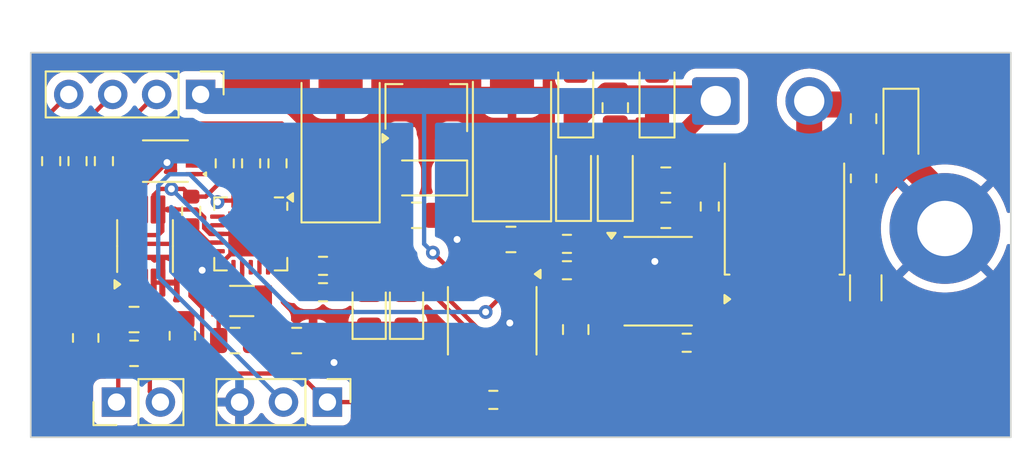
<source format=kicad_pcb>
(kicad_pcb (version 20240108) (generator "pcbnew") (generator_version "8.0")
  (layers (0 "F.Cu" signal) (31 "B.Cu" signal) (34 "B.Paste" user) (35 "F.Paste" user) (36 "B.SilkS" user "B.Silkscreen") (37 "F.SilkS" user "F.Silkscreen") (38 "B.Mask" user) (39 "F.Mask" user) (44 "Edge.Cuts" user))
  (net 0 "")
  (net 1 "+12V")
  (net 2 "GND")
  (net 3 "+5V")
  (net 4 "Net-(D2-K)")
  (net 5 "/COIL")
  (net 6 "Net-(C5-Pad2)")
  (net 7 "/NE")
  (net 8 "/IGT")
  (net 9 "/IGF")
  (net 10 "/VR_1")
  (net 11 "/VR_2")
  (net 12 "/UPDI")
  (net 13 "/IGBT")
  (net 14 "Net-(U5-CSSD)")
  (net 15 "/SS")
  (net 16 "/IGTO")
  (net 17 "Net-(U5-VBAT)")
  (net 18 "Net-(D5-A)")
  (net 19 "Net-(U5-RA)")
  (net 20 "Net-(U5-INPUT)")
  (net 22 "Net-(U2-IN+)")
  (net 23 "Net-(U2-IN-)")
  (net 26 "Net-(D7-A)")
  (net 27 "Net-(D8-A)")
  (net 28 "/GD_LED")
  (net 29 "/ERR_LED")
  (net 30 "Net-(U6-XTAL1{slash}PB0)")
  (net 31 "Net-(U6-XTAL2{slash}PB1)")
  (net 40 "/NE_OUT")
  (net 41 "/IGT_IN")
  (net 42 "/IGF_OUT")
  (net 43 "Net-(R18-Pad1)")
  (net 44 "Net-(R15-Pad2)")
  (net 45 "Net-(R19-Pad1)")
  (net 46 "Net-(R14-Pad2)")
  (net 47 "Net-(R16-Pad2)")
  (net 48 "Net-(R17-Pad1)")
  (net 49 "Net-(Q2-E)")
  (net 50 "Net-(Q2-G)")
  (footprint "Package_TO_SOT_SMD:TO-252-2" (layer "F.Cu") (at 239.395 106.162 90)
    (property "Reference" "Q2" (hide yes))
    (property "Value" "ISL9V3040D3ST-F085C")
    (pad "1" smd roundrect (at -5.04 -2.28 90) (size 2.2 1.2) (layers "F.Cu" "F.Paste" "F.Mask") (roundrect_rratio 0.208333) (net 50 "Net-(Q2-G)"))
    (pad "2" smd roundrect (at -0.415 -1.525 90) (size 3.05 2.75) (layers "F.Cu" "F.Paste") (roundrect_rratio 0.090909) (net 5 "/COIL"))
    (pad "2" smd roundrect (at -0.415 1.525 90) (size 3.05 2.75) (layers "F.Cu" "F.Paste") (roundrect_rratio 0.090909) (net 5 "/COIL"))
    (pad "2" smd roundrect (at 1.26 0 90) (size 6.4 5.8) (layers "F.Cu" "F.Mask") (roundrect_rratio 0.043103) (net 5 "/COIL"))
    (pad "2" smd roundrect (at 2.935 -1.525 90) (size 3.05 2.75) (layers "F.Cu" "F.Paste") (roundrect_rratio 0.090909) (net 5 "/COIL"))
    (pad "2" smd roundrect (at 2.935 1.525 90) (size 3.05 2.75) (layers "F.Cu" "F.Paste") (roundrect_rratio 0.090909) (net 5 "/COIL"))
    (pad "3" smd roundrect (at -5.04 2.28 90) (size 2.2 1.2) (layers "F.Cu" "F.Paste" "F.Mask") (roundrect_rratio 0.208333) (net 49 "Net-(Q2-E)"))
  )
  (footprint "Capacitor_SMD:C_0805_2012Metric" (layer "F.Cu") (at 207.645 113.284 180)
    (property "Reference" "C11" (hide yes))
    (property "Value" "10pF")
    (pad "1" smd roundrect (at -0.95 0 180) (size 1 1.45) (layers "F.Cu" "F.Paste" "F.Mask") (net 2 "GND"))
    (pad "2" smd roundrect (at 0.95 0 180) (size 1 1.45) (layers "F.Cu" "F.Paste" "F.Mask") (net 30 "Net-(U6-XTAL1{slash}PB0)"))
  )
  (footprint "Package_TO_SOT_SMD:SOT-89-3" (layer "F.Cu") (at 218.694 99.822 90)
    (property "Reference" "U1" (hide yes))
    (property "Value" "MC78L05_SOT89")
    (pad "1" smd roundrect (at -1.95 -1.5 90) (size 1.3 0.9) (layers "F.Cu" "F.Paste" "F.Mask") (net 3 "+5V"))
    (pad "2" smd custom (at -1.8625 0 90) (size 1.475 0.9) (layers "F.Cu" "F.Paste" "F.Mask") (net 2 "GND") (options (clearance outline) (anchor rect)) (primitives (gr_poly (pts (xy 3.8625 0.8665) (xy 0.7375 0.8665) (xy 0.7375 -0.8665) (xy 3.8625 -0.8665)) (width 0) (fill yes))))
    (pad "3" smd roundrect (at -1.95 1.5 90) (size 1.3 0.9) (layers "F.Cu" "F.Paste" "F.Mask") (net 4 "Net-(D2-K)"))
  )
  (footprint "Resistor_SMD:R_0603_1608Metric" (layer "F.Cu") (at 212.725 110.49)
    (property "Reference" "R9" (hide yes))
    (property "Value" "100")
    (pad "1" smd roundrect (at -0.825 0) (size 0.8 0.95) (layers "F.Cu" "F.Paste" "F.Mask") (net 28 "/GD_LED"))
    (pad "2" smd roundrect (at 0.825 0) (size 0.8 0.95) (layers "F.Cu" "F.Paste" "F.Mask") (net 26 "Net-(D7-A)"))
  )
  (footprint "LED_SMD:LED_0805_2012Metric" (layer "F.Cu") (at 217.551 111.506 90)
    (property "Reference" "D8" (hide yes))
    (property "Value" "LED")
    (pad "1" smd roundrect (at -0.9375 0 90) (size 0.975 1.4) (layers "F.Cu" "F.Paste" "F.Mask") (net 2 "GND"))
    (pad "2" smd roundrect (at 0.9375 0 90) (size 0.975 1.4) (layers "F.Cu" "F.Paste" "F.Mask") (net 27 "Net-(D8-A)"))
  )
  (footprint "Diode_SMD:D_SMF" (layer "F.Cu") (at 229.616 104.013 90)
    (property "Reference" "D4" (hide yes))
    (property "Value" "22v 1W")
    (pad "1" smd roundrect (at -1.45 0 90) (size 1.3 1.4) (layers "F.Cu" "F.Paste" "F.Mask") (roundrect_rratio 0.1923076923) (net 4 "Net-(D2-K)"))
    (pad "2" smd roundrect (at 1.45 0 90) (size 1.3 1.4) (layers "F.Cu" "F.Paste" "F.Mask") (roundrect_rratio 0.1923076923) (net 2 "GND"))
  )
  (footprint "Capacitor_SMD:C_0805_2012Metric" (layer "F.Cu") (at 211.201 113.284 180)
    (property "Reference" "C12" (hide yes))
    (property "Value" "10pF")
    (pad "1" smd roundrect (at -0.95 0 180) (size 1 1.45) (layers "F.Cu" "F.Paste" "F.Mask") (net 2 "GND"))
    (pad "2" smd roundrect (at 0.95 0 180) (size 1 1.45) (layers "F.Cu" "F.Paste" "F.Mask") (net 31 "Net-(U6-XTAL2{slash}PB1)"))
  )
  (footprint "Resistor_SMD:R_0603_1608Metric" (layer "F.Cu") (at 235.077 105.537 90)
    (property "Reference" "R6" (hide yes))
    (property "Value" "220")
    (pad "1" smd roundrect (at -0.825 0 90) (size 0.8 0.95) (layers "F.Cu" "F.Paste" "F.Mask") (net 17 "Net-(U5-VBAT)"))
    (pad "2" smd roundrect (at 0.825 0 90) (size 0.8 0.95) (layers "F.Cu" "F.Paste" "F.Mask") (net 1 "+12V"))
  )
  (footprint "MountingHole:MountingHole_3.2mm_M3_Pad" (layer "F.Cu") (at 248.666 106.807)
    (property "Reference" "H1" (hide yes))
    (property "Value" "HOUSING")
    (pad "1" thru_hole circle (at 0 0) (size 6.4 6.4) (drill 3.2) (layers "*.Cu" "*.Mask") (net 2 "GND"))
  )
  (footprint "Capacitor_SMD:C_0805_2012Metric" (layer "F.Cu") (at 232.537 106.045 180)
    (property "Reference" "C9" (hide yes))
    (property "Value" "0.47uF")
    (pad "1" smd roundrect (at -0.95 0 180) (size 1 1.45) (layers "F.Cu" "F.Paste" "F.Mask") (net 17 "Net-(U5-VBAT)"))
    (pad "2" smd roundrect (at 0.95 0 180) (size 1 1.45) (layers "F.Cu" "F.Paste" "F.Mask") (net 2 "GND"))
  )
  (footprint "Diode_SMD:D_SMF" (layer "F.Cu") (at 218.694 103.886 180)
    (property "Reference" "D2" (hide yes))
    (property "Value" "1N4007")
    (pad "1" smd roundrect (at -1.45 0 180) (size 1.3 1.4) (layers "F.Cu" "F.Paste" "F.Mask") (roundrect_rratio 0.1923076923) (net 4 "Net-(D2-K)"))
    (pad "2" smd roundrect (at 1.45 0 180) (size 1.3 1.4) (layers "F.Cu" "F.Paste" "F.Mask") (roundrect_rratio 0.1923076923) (net 3 "+5V"))
  )
  (footprint "Crystal:Crystal_SMD_3215-2Pin_3.2x1.5mm" (layer "F.Cu") (at 208.026 110.998)
    (property "Reference" "Y1" (hide yes))
    (property "Value" "32.768MHz")
    (pad "1" smd rect (at 1.25 0) (size 1 1.8) (layers "F.Cu" "F.Paste" "F.Mask") (net 31 "Net-(U6-XTAL2{slash}PB1)"))
    (pad "2" smd rect (at -1.25 0) (size 1 1.8) (layers "F.Cu" "F.Paste" "F.Mask") (net 30 "Net-(U6-XTAL1{slash}PB0)"))
  )
  (footprint "Capacitor_Tantalum_SMD:CP_EIA-7343-30_AVX-N" (layer "F.Cu") (at 213.741 102.0455 90)
    (property "Reference" "C2" (hide yes))
    (property "Value" "33uF")
    (pad "1" smd roundrect (at -3.1125 0 90) (size 2.075 2.55) (layers "F.Cu" "F.Paste" "F.Mask") (roundrect_rratio 0.120482) (net 3 "+5V"))
    (pad "2" smd roundrect (at 3.1125 0 90) (size 2.075 2.55) (layers "F.Cu" "F.Paste" "F.Mask") (roundrect_rratio 0.120482) (net 2 "GND"))
  )
  (footprint "Resistor_SMD:R_0805_2012Metric" (layer "F.Cu") (at 204.597 113.0065 90)
    (property "Reference" "R13" (hide yes))
    (property "Value" "10k")
    (pad "1" smd roundrect (at -0.9125 0 90) (size 1.025 1.4) (layers "F.Cu" "F.Paste" "F.Mask") (roundrect_rratio 0.243902) (net 11 "/VR_2"))
    (pad "2" smd roundrect (at 0.9125 0 90) (size 1.025 1.4) (layers "F.Cu" "F.Paste" "F.Mask") (roundrect_rratio 0.243902) (net 23 "Net-(U2-IN-)"))
  )
  (footprint "Package_SO:SOIC-8_3.9x4.9mm_P1.27mm" (layer "F.Cu") (at 232.094 109.855)
    (property "Reference" "U5" (hide yes))
    (property "Value" "FAN1100")
    (pad "1" smd roundrect (at -2.475 -1.905) (size 1.95 0.6) (layers "F.Cu" "F.Paste" "F.Mask") (net 2 "GND"))
    (pad "2" smd roundrect (at -2.475 -0.635) (size 1.95 0.6) (layers "F.Cu" "F.Paste" "F.Mask") (net 20 "Net-(U5-INPUT)"))
    (pad "3" smd roundrect (at -2.475 0.635) (size 1.95 0.6) (layers "F.Cu" "F.Paste" "F.Mask"))
    (pad "4" smd roundrect (at -2.475 1.905) (size 1.95 0.6) (layers "F.Cu" "F.Paste" "F.Mask") (net 14 "Net-(U5-CSSD)"))
    (pad "5" smd roundrect (at 2.475 1.905) (size 1.95 0.6) (layers "F.Cu" "F.Paste" "F.Mask") (net 19 "Net-(U5-RA)"))
    (pad "6" smd roundrect (at 2.475 0.635) (size 1.95 0.6) (layers "F.Cu" "F.Paste" "F.Mask") (net 50 "Net-(Q2-G)"))
    (pad "7" smd roundrect (at 2.475 -0.635) (size 1.95 0.6) (layers "F.Cu" "F.Paste" "F.Mask") (net 49 "Net-(Q2-E)"))
    (pad "8" smd roundrect (at 2.475 -1.905) (size 1.95 0.6) (layers "F.Cu" "F.Paste" "F.Mask") (net 17 "Net-(U5-VBAT)"))
  )
  (footprint "Capacitor_Tantalum_SMD:CP_EIA-7343-30_AVX-N" (layer "F.Cu") (at 223.647 101.981 90)
    (property "Reference" "C1" (hide yes))
    (property "Value" "33uF")
    (pad "1" smd roundrect (at -3.1125 0 90) (size 2.075 2.55) (layers "F.Cu" "F.Paste" "F.Mask") (roundrect_rratio 0.120482) (net 4 "Net-(D2-K)"))
    (pad "2" smd roundrect (at 3.1125 0 90) (size 2.075 2.55) (layers "F.Cu" "F.Paste" "F.Mask") (roundrect_rratio 0.120482) (net 2 "GND"))
  )
  (footprint "Capacitor_SMD:C_0805_2012Metric" (layer "F.Cu") (at 243.967 100.457 -90)
    (property "Reference" "C5" (hide yes))
    (property "Value" "220nF")
    (pad "1" smd roundrect (at -0.95 0 270) (size 1 1.45) (layers "F.Cu" "F.Paste" "F.Mask") (net 5 "/COIL"))
    (pad "2" smd roundrect (at 0.95 0 270) (size 1 1.45) (layers "F.Cu" "F.Paste" "F.Mask") (net 6 "Net-(C5-Pad2)"))
  )
  (footprint "Package_SO:SOIC-8_3.9x4.9mm_P1.27mm" (layer "F.Cu") (at 222.504 112.141 -90)
    (property "Reference" "U4" (hide yes))
    (property "Value" "ADG419BR")
    (pad "1" smd roundrect (at -2.475 -1.905 270) (size 1.95 0.6) (layers "F.Cu" "F.Paste" "F.Mask") (net 13 "/IGBT"))
    (pad "2" smd roundrect (at -2.475 -0.635 270) (size 1.95 0.6) (layers "F.Cu" "F.Paste" "F.Mask") (net 7 "/NE"))
    (pad "3" smd roundrect (at -2.475 0.635 270) (size 1.95 0.6) (layers "F.Cu" "F.Paste" "F.Mask") (net 2 "GND"))
    (pad "4" smd roundrect (at -2.475 1.905 270) (size 1.95 0.6) (layers "F.Cu" "F.Paste" "F.Mask") (net 1 "+12V"))
    (pad "5" smd roundrect (at 2.475 1.905 270) (size 1.95 0.6) (layers "F.Cu" "F.Paste" "F.Mask") (net 3 "+5V"))
    (pad "6" smd roundrect (at 2.475 0.635 270) (size 1.95 0.6) (layers "F.Cu" "F.Paste" "F.Mask") (net 15 "/SS"))
    (pad "7" smd roundrect (at 2.475 -0.635 270) (size 1.95 0.6) (layers "F.Cu" "F.Paste" "F.Mask") (net 2 "GND"))
    (pad "8" smd roundrect (at 2.475 -1.905 270) (size 1.95 0.6) (layers "F.Cu" "F.Paste" "F.Mask") (net 16 "/IGTO"))
  )
  (footprint "Resistor_SMD:R_1206_3216Metric" (layer "F.Cu") (at 244.094 110.236 90)
    (property "Reference" "R3" (hide yes))
    (property "Value" "20mOhm")
    (pad "1" smd roundrect (at -1.4625 0 90) (size 1.125 1.75) (layers "F.Cu" "F.Paste" "F.Mask") (roundrect_rratio 0.222222) (net 49 "Net-(Q2-E)"))
    (pad "2" smd roundrect (at 1.4625 0 90) (size 1.125 1.75) (layers "F.Cu" "F.Paste" "F.Mask") (roundrect_rratio 0.222222) (net 2 "GND"))
  )
  (footprint "Resistor_SMD:R_0603_1608Metric" (layer "F.Cu") (at 208.57 103.0415 -90)
    (property "Reference" "R18" (hide yes))
    (property "Value" "390")
    (pad "1" smd roundrect (at -0.825 0 270) (size 0.8 0.95) (layers "F.Cu" "F.Paste" "F.Mask") (net 43 "Net-(R18-Pad1)"))
    (pad "2" smd roundrect (at 0.825 0 270) (size 0.8 0.95) (layers "F.Cu" "F.Paste" "F.Mask") (net 8 "/IGT"))
  )
  (footprint "Diode_SMD:D_SMF" (layer "F.Cu") (at 227.203 104.013 90)
    (property "Reference" "D3" (hide yes))
    (property "Value" "1N4007")
    (pad "1" smd roundrect (at -1.45 0 90) (size 1.3 1.4) (layers "F.Cu" "F.Paste" "F.Mask") (roundrect_rratio 0.1923076923) (net 4 "Net-(D2-K)"))
    (pad "2" smd roundrect (at 1.45 0 90) (size 1.3 1.4) (layers "F.Cu" "F.Paste" "F.Mask") (roundrect_rratio 0.1923076923) (net 1 "+12V"))
  )
  (footprint "Resistor_SMD:R_0603_1608Metric" (layer "F.Cu") (at 200.061 102.9145 -90)
    (property "Reference" "R16" (hide yes))
    (property "Value" "390")
    (pad "1" smd roundrect (at -0.825 0 270) (size 0.8 0.95) (layers "F.Cu" "F.Paste" "F.Mask") (net 42 "/IGF_OUT"))
    (pad "2" smd roundrect (at 0.825 0 270) (size 0.8 0.95) (layers "F.Cu" "F.Paste" "F.Mask") (net 47 "Net-(R16-Pad2)"))
  )
  (footprint "Package_SO:VSSOP-8_2.4x2.1mm_P0.5mm" (layer "F.Cu") (at 203.617 102.9145 180)
    (property "Reference" "U3" (hide yes))
    (property "Value" "74LVC3G17")
    (pad "1" smd rect (at -1.55 -0.75 180) (size 0.75 0.25) (layers "F.Cu" "F.Paste" "F.Mask") (net 48 "Net-(R17-Pad1)"))
    (pad "2" smd rect (at -1.55 -0.25 180) (size 0.75 0.25) (layers "F.Cu" "F.Paste" "F.Mask") (net 43 "Net-(R18-Pad1)"))
    (pad "3" smd rect (at -1.55 0.25 180) (size 0.75 0.25) (layers "F.Cu" "F.Paste" "F.Mask") (net 45 "Net-(R19-Pad1)"))
    (pad "4" smd rect (at -1.55 0.75 180) (size 0.75 0.25) (layers "F.Cu" "F.Paste" "F.Mask") (net 2 "GND"))
    (pad "5" smd rect (at 1.55 0.75 180) (size 0.75 0.25) (layers "F.Cu" "F.Paste" "F.Mask") (net 47 "Net-(R16-Pad2)"))
    (pad "6" smd rect (at 1.55 0.25 180) (size 0.75 0.25) (layers "F.Cu" "F.Paste" "F.Mask") (net 44 "Net-(R15-Pad2)"))
    (pad "7" smd rect (at 1.55 -0.25 180) (size 0.75 0.25) (layers "F.Cu" "F.Paste" "F.Mask") (net 46 "Net-(R14-Pad2)"))
    (pad "8" smd rect (at 1.55 -0.75 180) (size 0.75 0.25) (layers "F.Cu" "F.Paste" "F.Mask") (net 3 "+5V"))
  )
  (footprint "Capacitor_SMD:C_0805_2012Metric" (layer "F.Cu") (at 232.537 104.013 180)
    (property "Reference" "C8" (hide yes))
    (property "Value" "10nF")
    (pad "1" smd roundrect (at -0.95 0 180) (size 1 1.45) (layers "F.Cu" "F.Paste" "F.Mask") (net 1 "+12V"))
    (pad "2" smd roundrect (at 0.95 0 180) (size 1 1.45) (layers "F.Cu" "F.Paste" "F.Mask") (net 2 "GND"))
  )
  (footprint "Connector_Wire:SolderWire-1sqmm_1x02_P5.4mm_D1.4mm_OD2.7mm" (layer "F.Cu") (at 235.425 99.441)
    (property "Reference" "J3" (hide yes))
    (property "Value" "COIL")
    (pad "1" thru_hole roundrect (at 0 0) (size 2.75 2.75) (drill 1.75) (layers "*.Cu" "*.Mask") (roundrect_rratio 0.090909) (net 1 "+12V"))
    (pad "2" thru_hole circle (at 5.4 0) (size 2.75 2.75) (drill 1.75) (layers "*.Cu" "*.Mask") (net 5 "/COIL"))
  )
  (footprint "Resistor_SMD:R_0603_1608Metric" (layer "F.Cu") (at 233.744 113.411 180)
    (property "Reference" "R5" (hide yes))
    (property "Value" "100k")
    (pad "1" smd roundrect (at -0.825 0 180) (size 0.8 0.95) (layers "F.Cu" "F.Paste" "F.Mask") (net 19 "Net-(U5-RA)"))
    (pad "2" smd roundrect (at 0.825 0 180) (size 0.8 0.95) (layers "F.Cu" "F.Paste" "F.Mask") (net 2 "GND"))
  )
  (footprint "Resistor_SMD:R_0603_1608Metric" (layer "F.Cu") (at 212.725 108.966)
    (property "Reference" "R10" (hide yes))
    (property "Value" "100")
    (pad "1" smd roundrect (at -0.825 0) (size 0.8 0.95) (layers "F.Cu" "F.Paste" "F.Mask") (net 29 "/ERR_LED"))
    (pad "2" smd roundrect (at 0.825 0) (size 0.8 0.95) (layers "F.Cu" "F.Paste" "F.Mask") (net 27 "Net-(D8-A)"))
  )
  (footprint "Resistor_SMD:R_0603_1608Metric" (layer "F.Cu") (at 226.822 107.696 180)
    (property "Reference" "R8" (hide yes))
    (property "Value" "10k")
    (pad "1" smd roundrect (at -0.825 0 180) (size 0.8 0.95) (layers "F.Cu" "F.Paste" "F.Mask") (net 2 "GND"))
    (pad "2" smd roundrect (at 0.825 0 180) (size 0.8 0.95) (layers "F.Cu" "F.Paste" "F.Mask") (net 13 "/IGBT"))
  )
  (footprint "LED_SMD:LED_0805_2012Metric" (layer "F.Cu") (at 215.392 111.506 90)
    (property "Reference" "D7" (hide yes))
    (property "Value" "LED")
    (pad "1" smd roundrect (at -0.9375 0 90) (size 0.975 1.4) (layers "F.Cu" "F.Paste" "F.Mask") (net 2 "GND"))
    (pad "2" smd roundrect (at 0.9375 0 90) (size 0.975 1.4) (layers "F.Cu" "F.Paste" "F.Mask") (net 26 "Net-(D7-A)"))
  )
  (footprint "Connector_PinHeader_2.54mm:PinHeader_1x03_P2.54mm_Vertical" (layer "F.Cu") (at 212.979 116.84 -90)
    (property "Reference" "J5" (hide yes))
    (property "Value" "PROG")
    (pad "1" thru_hole rect (at 0 0 270) (size 1.7 1.7) (drill 1) (layers "*.Cu" "*.Mask") (net 3 "+5V"))
    (pad "2" thru_hole oval (at 0 2.54 270) (size 1.7 1.7) (drill 1) (layers "*.Cu" "*.Mask") (net 12 "/UPDI"))
    (pad "3" thru_hole oval (at 0 5.08 270) (size 1.7 1.7) (drill 1) (layers "*.Cu" "*.Mask") (net 2 "GND"))
  )
  (footprint "Package_DFN_QFN:QFN-20-1EP_4x4mm_P0.5mm_EP2.6x2.6mm" (layer "F.Cu") (at 208.55 107.1215 -90)
    (property "Reference" "U6" (hide yes))
    (property "Value" "ATtiny841-M")
    (pad "1" smd roundrect (at -1.925 -1 270) (size 0.85 0.25) (layers "F.Cu" "F.Paste" "F.Mask") (net 15 "/SS"))
    (pad "2" smd roundrect (at -1.925 -0.5 270) (size 0.85 0.25) (layers "F.Cu" "F.Paste" "F.Mask") (net 9 "/IGF"))
    (pad "3" smd roundrect (at -1.925 0 270) (size 0.85 0.25) (layers "F.Cu" "F.Paste" "F.Mask") (net 8 "/IGT"))
    (pad "4" smd roundrect (at -1.925 0.5 270) (size 0.85 0.25) (layers "F.Cu" "F.Paste" "F.Mask") (net 7 "/NE"))
    (pad "5" smd roundrect (at -1.925 1 270) (size 0.85 0.25) (layers "F.Cu" "F.Paste" "F.Mask") (net 12 "/UPDI"))
    (pad "6" smd roundrect (at -1 1.925 270) (size 0.25 0.85) (layers "F.Cu" "F.Paste" "F.Mask"))
    (pad "7" smd roundrect (at -0.5 1.925 270) (size 0.25 0.85) (layers "F.Cu" "F.Paste" "F.Mask"))
    (pad "8" smd roundrect (at 0 1.925 270) (size 0.25 0.85) (layers "F.Cu" "F.Paste" "F.Mask") (net 2 "GND"))
    (pad "9" smd roundrect (at 0.5 1.925 270) (size 0.25 0.85) (layers "F.Cu" "F.Paste" "F.Mask") (net 3 "+5V"))
    (pad "10" smd roundrect (at 1 1.925 270) (size 0.25 0.85) (layers "F.Cu" "F.Paste" "F.Mask"))
    (pad "11" smd roundrect (at 1.925 1 270) (size 0.85 0.25) (layers "F.Cu" "F.Paste" "F.Mask") (net 30 "Net-(U6-XTAL1{slash}PB0)"))
    (pad "12" smd roundrect (at 1.925 0.5 270) (size 0.85 0.25) (layers "F.Cu" "F.Paste" "F.Mask") (net 31 "Net-(U6-XTAL2{slash}PB1)"))
    (pad "13" smd roundrect (at 1.925 0 270) (size 0.85 0.25) (layers "F.Cu" "F.Paste" "F.Mask"))
    (pad "14" smd roundrect (at 1.925 -0.5 270) (size 0.85 0.25) (layers "F.Cu" "F.Paste" "F.Mask"))
    (pad "15" smd roundrect (at 1.925 -1 270) (size 0.85 0.25) (layers "F.Cu" "F.Paste" "F.Mask") (net 28 "/GD_LED"))
    (pad "16" smd roundrect (at 1 -1.925 270) (size 0.25 0.85) (layers "F.Cu" "F.Paste" "F.Mask") (net 29 "/ERR_LED"))
    (pad "17" smd roundrect (at 0.5 -1.925 270) (size 0.25 0.85) (layers "F.Cu" "F.Paste" "F.Mask"))
    (pad "18" smd roundrect (at 0 -1.925 270) (size 0.25 0.85) (layers "F.Cu" "F.Paste" "F.Mask"))
    (pad "19" smd roundrect (at -0.5 -1.925 270) (size 0.25 0.85) (layers "F.Cu" "F.Paste" "F.Mask"))
    (pad "20" smd roundrect (at -1 -1.925 270) (size 0.25 0.85) (layers "F.Cu" "F.Paste" "F.Mask") (net 16 "/IGTO"))
    (pad "21" smd rect (at 0 0 270) (size 2.6 2.6) (property pad_prop_heatsink) (layers "F.Cu" "F.Mask") (net 2 "GND"))
  )
  (footprint "Connector_PinHeader_2.54mm:PinHeader_1x04_P2.54mm_Vertical" (layer "F.Cu") (at 205.649 99.06 -90)
    (property "Reference" "J1" (hide yes))
    (property "Value" "ECU")
    (pad "1" thru_hole rect (at 0 0 270) (size 1.7 1.7) (drill 1) (layers "*.Cu" "*.Mask") (net 1 "+12V"))
    (pad "2" thru_hole oval (at 0 2.54 270) (size 1.7 1.7) (drill 1) (layers "*.Cu" "*.Mask") (net 42 "/IGF_OUT"))
    (pad "3" thru_hole oval (at 0 5.08 270) (size 1.7 1.7) (drill 1) (layers "*.Cu" "*.Mask") (net 41 "/IGT_IN"))
    (pad "4" thru_hole oval (at 0 7.62 270) (size 1.7 1.7) (drill 1) (layers "*.Cu" "*.Mask") (net 40 "/NE_OUT"))
  )
  (footprint "Capacitor_SMD:C_0805_2012Metric" (layer "F.Cu") (at 227.33 112.649 -90)
    (property "Reference" "C6" (hide yes))
    (property "Value" "22nF")
    (pad "1" smd roundrect (at -0.95 0 270) (size 1 1.45) (layers "F.Cu" "F.Paste" "F.Mask") (net 14 "Net-(U5-CSSD)"))
    (pad "2" smd roundrect (at 0.95 0 270) (size 1 1.45) (layers "F.Cu" "F.Paste" "F.Mask") (net 2 "GND"))
  )
  (footprint "Resistor_SMD:R_0603_1608Metric" (layer "F.Cu") (at 207.046 103.0415 -90)
    (property "Reference" "R17" (hide yes))
    (property "Value" "390")
    (pad "1" smd roundrect (at -0.825 0 270) (size 0.8 0.95) (layers "F.Cu" "F.Paste" "F.Mask") (net 48 "Net-(R17-Pad1)"))
    (pad "2" smd roundrect (at 0.825 0 270) (size 0.8 0.95) (layers "F.Cu" "F.Paste" "F.Mask") (net 7 "/NE"))
  )
  (footprint "Resistor_SMD:R_0603_1608Metric" (layer "F.Cu") (at 210.094 103.0415 -90)
    (property "Reference" "R19" (hide yes))
    (property "Value" "390")
    (pad "1" smd roundrect (at -0.825 0 270) (size 0.8 0.95) (layers "F.Cu" "F.Paste" "F.Mask") (net 45 "Net-(R19-Pad1)"))
    (pad "2" smd roundrect (at 0.825 0 270) (size 0.8 0.95) (layers "F.Cu" "F.Paste" "F.Mask") (net 9 "/IGF"))
  )
  (footprint "Resistor_SMD:R_0805_2012Metric" (layer "F.Cu") (at 199.009 113.1335 90)
    (property "Reference" "R12" (hide yes))
    (property "Value" "10k")
    (pad "1" smd roundrect (at -0.9125 0 90) (size 1.025 1.4) (layers "F.Cu" "F.Paste" "F.Mask") (roundrect_rratio 0.243902) (net 10 "/VR_1"))
    (pad "2" smd roundrect (at 0.9125 0 90) (size 1.025 1.4) (layers "F.Cu" "F.Paste" "F.Mask") (roundrect_rratio 0.243902) (net 22 "Net-(U2-IN+)"))
  )
  (footprint "Connector_PinHeader_2.54mm:PinHeader_1x02_P2.54mm_Vertical" (layer "F.Cu") (at 200.787 116.84 90)
    (property "Reference" "J2" (hide yes))
    (property "Value" "DIST")
    (pad "1" thru_hole rect (at 0 0 90) (size 1.7 1.7) (drill 1) (layers "*.Cu" "*.Mask") (net 10 "/VR_1"))
    (pad "2" thru_hole oval (at 0 2.54 90) (size 1.7 1.7) (drill 1) (layers "*.Cu" "*.Mask") (net 11 "/VR_2"))
  )
  (footprint "Resistor_SMD:R_0805_2012Metric" (layer "F.Cu") (at 201.803 114.0225)
    (property "Reference" "R11" (hide yes))
    (property "Value" "4.7k")
    (pad "1" smd roundrect (at -0.9125 0) (size 1.025 1.4) (layers "F.Cu" "F.Paste" "F.Mask") (roundrect_rratio 0.243902) (net 10 "/VR_1"))
    (pad "2" smd roundrect (at 0.9125 0) (size 1.025 1.4) (layers "F.Cu" "F.Paste" "F.Mask") (roundrect_rratio 0.243902) (net 11 "/VR_2"))
  )
  (footprint "Resistor_SMD:R_0805_2012Metric" (layer "F.Cu") (at 243.967 103.9095 -90)
    (property "Reference" "R4" (hide yes))
    (property "Value" "10R")
    (pad "1" smd roundrect (at -0.9125 0 270) (size 1.025 1.4) (layers "F.Cu" "F.Paste" "F.Mask") (roundrect_rratio 0.243902) (net 6 "Net-(C5-Pad2)"))
    (pad "2" smd roundrect (at 0.9125 0 270) (size 1.025 1.4) (layers "F.Cu" "F.Paste" "F.Mask") (roundrect_rratio 0.243902) (net 2 "GND"))
  )
  (footprint "Package_SO:MSOP-10_3x3mm_P0.5mm" (layer "F.Cu") (at 202.438 107.823 90)
    (property "Reference" "U2" (hide yes))
    (property "Value" "MAX9924UAUB+T")
    (pad "1" smd roundrect (at -2.1125 -1 90) (size 1.625 0.35) (layers "F.Cu" "F.Paste" "F.Mask") (net 22 "Net-(U2-IN+)"))
    (pad "2" smd roundrect (at -2.1125 -0.5 90) (size 1.625 0.35) (layers "F.Cu" "F.Paste" "F.Mask") (net 23 "Net-(U2-IN-)"))
    (pad "3" smd roundrect (at -2.1125 0 90) (size 1.625 0.35) (layers "F.Cu" "F.Paste" "F.Mask"))
    (pad "4" smd roundrect (at -2.1125 0.5 90) (size 1.625 0.35) (layers "F.Cu" "F.Paste" "F.Mask") (net 2 "GND"))
    (pad "5" smd roundrect (at -2.1125 1 90) (size 1.625 0.35) (layers "F.Cu" "F.Paste" "F.Mask") (net 2 "GND"))
    (pad "6" smd roundrect (at 2.1125 1 90) (size 1.625 0.35) (layers "F.Cu" "F.Paste" "F.Mask") (net 2 "GND"))
    (pad "7" smd roundrect (at 2.1125 0.5 90) (size 1.625 0.35) (layers "F.Cu" "F.Paste" "F.Mask") (net 7 "/NE"))
    (pad "8" smd roundrect (at 2.1125 0 90) (size 1.625 0.35) (layers "F.Cu" "F.Paste" "F.Mask"))
    (pad "9" smd roundrect (at 2.1125 -0.5 90) (size 1.625 0.35) (layers "F.Cu" "F.Paste" "F.Mask") (net 2 "GND"))
    (pad "10" smd roundrect (at 2.1125 -1 90) (size 1.625 0.35) (layers "F.Cu" "F.Paste" "F.Mask") (net 3 "+5V"))
  )
  (footprint "Resistor_SMD:R_0603_1608Metric" (layer "F.Cu") (at 205.105 105.791 90)
    (property "Reference" "R1" (hide yes))
    (property "Value" "1k")
    (pad "1" smd roundrect (at -0.825 0 90) (size 0.8 0.95) (layers "F.Cu" "F.Paste" "F.Mask") (net 3 "+5V"))
    (pad "2" smd roundrect (at 0.825 0 90) (size 0.8 0.95) (layers "F.Cu" "F.Paste" "F.Mask") (net 7 "/NE"))
  )
  (footprint "Capacitor_SMD:C_0805_2012Metric" (layer "F.Cu") (at 229.616 99.822 -90)
    (property "Reference" "C4" (hide yes))
    (property "Value" "1nF")
    (pad "1" smd roundrect (at -0.95 0 270) (size 1 1.45) (layers "F.Cu" "F.Paste" "F.Mask") (net 1 "+12V"))
    (pad "2" smd roundrect (at 0.95 0 270) (size 1 1.45) (layers "F.Cu" "F.Paste" "F.Mask") (net 2 "GND"))
  )
  (footprint "Resistor_SMD:R_0603_1608Metric" (layer "F.Cu") (at 226.822 109.22)
    (property "Reference" "R7" (hide yes))
    (property "Value" "390")
    (pad "1" smd roundrect (at -0.825 0) (size 0.8 0.95) (layers "F.Cu" "F.Paste" "F.Mask") (net 13 "/IGBT"))
    (pad "2" smd roundrect (at 0.825 0) (size 0.8 0.95) (layers "F.Cu" "F.Paste" "F.Mask") (net 20 "Net-(U5-INPUT)"))
  )
  (footprint "Resistor_SMD:R_0603_1608Metric" (layer "F.Cu") (at 222.567 116.713)
    (property "Reference" "R2" (hide yes))
    (property "Value" "10k")
    (pad "1" smd roundrect (at -0.825 0) (size 0.8 0.95) (layers "F.Cu" "F.Paste" "F.Mask") (net 15 "/SS"))
    (pad "2" smd roundrect (at 0.825 0) (size 0.8 0.95) (layers "F.Cu" "F.Paste" "F.Mask") (net 2 "GND"))
  )
  (footprint "Capacitor_SMD:C_0805_2012Metric" (layer "F.Cu") (at 201.803 112.0705)
    (property "Reference" "C7" (hide yes))
    (property "Value" "1n")
    (pad "1" smd roundrect (at -0.95 0) (size 1 1.45) (layers "F.Cu" "F.Paste" "F.Mask") (net 22 "Net-(U2-IN+)"))
    (pad "2" smd roundrect (at 0.95 0) (size 1 1.45) (layers "F.Cu" "F.Paste" "F.Mask") (net 23 "Net-(U2-IN-)"))
  )
  (footprint "Resistor_SMD:R_0603_1608Metric" (layer "F.Cu") (at 198.537 102.9145 -90)
    (property "Reference" "R15" (hide yes))
    (property "Value" "390")
    (pad "1" smd roundrect (at -0.825 0 270) (size 0.8 0.95) (layers "F.Cu" "F.Paste" "F.Mask") (net 41 "/IGT_IN"))
    (pad "2" smd roundrect (at 0.825 0 270) (size 0.8 0.95) (layers "F.Cu" "F.Paste" "F.Mask") (net 44 "Net-(R15-Pad2)"))
  )
  (footprint "Capacitor_SMD:C_0805_2012Metric" (layer "F.Cu") (at 218.125 106.045)
    (property "Reference" "C3" (hide yes))
    (property "Value" "100nF")
    (pad "1" smd roundrect (at -0.95 0) (size 1 1.45) (layers "F.Cu" "F.Paste" "F.Mask") (net 3 "+5V"))
    (pad "2" smd roundrect (at 0.95 0) (size 1 1.45) (layers "F.Cu" "F.Paste" "F.Mask") (net 2 "GND"))
  )
  (footprint "Resistor_SMD:R_0603_1608Metric" (layer "F.Cu") (at 197.013 102.9145 -90)
    (property "Reference" "R14" (hide yes))
    (property "Value" "390")
    (pad "1" smd roundrect (at -0.825 0 270) (size 0.8 0.95) (layers "F.Cu" "F.Paste" "F.Mask") (net 40 "/NE_OUT"))
    (pad "2" smd roundrect (at 0.825 0 270) (size 0.8 0.95) (layers "F.Cu" "F.Paste" "F.Mask") (net 46 "Net-(R14-Pad2)"))
  )
  (footprint "Capacitor_SMD:C_0805_2012Metric" (layer "F.Cu") (at 223.586 107.442 180)
    (property "Reference" "C10" (hide yes))
    (property "Value" "10nF")
    (pad "1" smd roundrect (at -0.95 0 180) (size 1 1.45) (layers "F.Cu" "F.Paste" "F.Mask") (net 13 "/IGBT"))
    (pad "2" smd roundrect (at 0.95 0 180) (size 1 1.45) (layers "F.Cu" "F.Paste" "F.Mask") (net 2 "GND"))
  )
  (footprint "Diode_SMD:D_SMF" (layer "F.Cu") (at 246.126 101.092 -90)
    (property "Reference" "D1" (hide yes))
    (property "Value" "1N4007")
    (pad "1" smd roundrect (at -1.45 0 270) (size 1.3 1.4) (layers "F.Cu" "F.Paste" "F.Mask") (roundrect_rratio 0.1923076923) (net 5 "/COIL"))
    (pad "2" smd roundrect (at 1.45 0 270) (size 1.3 1.4) (layers "F.Cu" "F.Paste" "F.Mask") (roundrect_rratio 0.1923076923) (net 2 "GND"))
  )
  (footprint "Diode_SMD:D_SMF" (layer "F.Cu") (at 227.33 99.187 90)
    (property "Reference" "D5" (hide yes))
    (property "Value" "1N4007")
    (pad "1" smd roundrect (at -1.45 0 90) (size 1.3 1.4) (layers "F.Cu" "F.Paste" "F.Mask") (roundrect_rratio 0.1923076923) (net 1 "+12V"))
    (pad "2" smd roundrect (at 1.45 0 90) (size 1.3 1.4) (layers "F.Cu" "F.Paste" "F.Mask") (roundrect_rratio 0.1923076923) (net 18 "Net-(D5-A)"))
  )
  (footprint "Diode_SMD:D_SMF" (layer "F.Cu") (at 232.029 99.187 90)
    (property "Reference" "D6" (hide yes))
    (property "Value" "12v 1W")
    (pad "1" smd roundrect (at -1.45 0 90) (size 1.3 1.4) (layers "F.Cu" "F.Paste" "F.Mask") (roundrect_rratio 0.1923076923) (net 2 "GND"))
    (pad "2" smd roundrect (at 1.45 0 90) (size 1.3 1.4) (layers "F.Cu" "F.Paste" "F.Mask") (roundrect_rratio 0.1923076923) (net 18 "Net-(D5-A)"))
  )
  (gr_rect (start 195.834 96.647) (end 252.476 118.872) (stroke (width 0.1)) (fill none) (layer "Edge.Cuts"))
  (segment (start 235.077 104.712) (end 234.186 104.712) (width 1) (layer "F.Cu") (net 1))
  (segment (start 233.487 101.379) (end 235.425 99.441) (width 1) (layer "F.Cu") (net 1))
  (segment (start 229.781 99.037) (end 235.021 99.037) (width 1) (layer "F.Cu") (net 1))
  (segment (start 229.095 98.872) (end 229.616 98.872) (width 1) (layer "F.Cu") (net 1))
  (segment (start 220.537 109.666) (end 219.075 108.204) (width 0.25) (layer "F.Cu") (net 1))
  (segment (start 234.186 104.712) (end 233.487 104.013) (width 1) (layer "F.Cu") (net 1))
  (segment (start 233.487 104.013) (end 233.487 101.379) (width 1) (layer "F.Cu") (net 1))
  (segment (start 227.33 100.637) (end 229.095 98.872) (width 1) (layer "F.Cu") (net 1))
  (segment (start 229.616 98.872) (end 229.781 99.037) (width 1) (layer "F.Cu") (net 1))
  (segment (start 227.203 102.563) (end 227.203 100.764) (width 1) (layer "F.Cu") (net 1))
  (via (at 219.075 108.204) (size 0.8) (drill 0.4) (layers "F.Cu" "B.Cu") (net 1))
  (segment (start 218.567 99.441) (end 206.03 99.441) (width 1.5) (layer "B.Cu") (net 1))
  (segment (start 218.567 107.696) (end 218.567 99.441) (width 0.25) (layer "B.Cu") (net 1))
  (segment (start 206.03 99.441) (end 205.649 99.06) (width 1.5) (layer "B.Cu") (net 1))
  (segment (start 235.425 99.441) (end 218.567 99.441) (width 1.5) (layer "B.Cu") (net 1))
  (segment (start 219.075 108.204) (end 218.567 107.696) (width 0.25) (layer "B.Cu") (net 1))
  (segment (start 243.967 108.6465) (end 244.094 108.7735) (width 1.5) (layer "F.Cu") (net 2))
  (segment (start 221.869 108.839) (end 220.472 107.442) (width 0.25) (layer "F.Cu") (net 2))
  (segment (start 205.855 106.16) (end 205.4055 105.7105) (width 0.25) (layer "F.Cu") (net 2))
  (segment (start 202.184 107.188) (end 203.2 107.188) (width 0.25) (layer "F.Cu") (net 2))
  (segment (start 205.167 102.1645) (end 204.5405 102.1645) (width 0.25) (layer "F.Cu") (net 2))
  (segment (start 201.938 106.942) (end 202.184 107.188) (width 0.25) (layer "F.Cu") (net 2))
  (segment (start 231.587 107.884) (end 231.521 107.95) (width 0.25) (layer "F.Cu") (net 2))
  (segment (start 208.55 107.1215) (end 206.4515 109.22) (width 0.25) (layer "F.Cu") (net 2))
  (segment (start 203.438 106.95) (end 203.438 105.7105) (width 0.25) (layer "F.Cu") (net 2))
  (segment (start 229.619 107.95) (end 227.901 107.95) (width 0.25) (layer "F.Cu") (net 2))
  (segment (start 227.901 107.95) (end 227.647 107.696) (width 0.25) (layer "F.Cu") (net 2))
  (segment (start 223.139 112.649) (end 223.52 112.268) (width 0.25) (layer "F.Cu") (net 2))
  (segment (start 201.938 105.7105) (end 201.938 104.767) (width 0.25) (layer "F.Cu") (net 2))
  (segment (start 211.151 114.284) (end 212.151 113.284) (width 0.25) (layer "F.Cu") (net 2))
  (segment (start 203.2 107.188) (end 203.438 106.95) (width 0.25) (layer "F.Cu") (net 2))
  (segment (start 222.636 107.442) (end 220.472 107.442) (width 0.25) (layer "F.Cu") (net 2))
  (segment (start 246.126 102.542) (end 246.126 103.192) (width 1.5) (layer "F.Cu") (net 2))
  (segment (start 209.595 114.284) (end 211.151 114.284) (width 0.25) (layer "F.Cu") (net 2))
  (segment (start 206.4515 109.22) (end 205.74 109.22) (width 0.25) (layer "F.Cu") (net 2))
  (segment (start 204.5405 102.1645) (end 203.708 102.997) (width 0.25) (layer "F.Cu") (net 2))
  (segment (start 208.595 113.284) (end 209.595 114.284) (width 0.25) (layer "F.Cu") (net 2))
  (segment (start 223.392 116.713) (end 223.392 114.869) (width 0.25) (layer "F.Cu") (net 2))
  (segment (start 201.938 105.7105) (end 201.938 106.942) (width 0.25) (layer "F.Cu") (net 2))
  (segment (start 220.472 107.442) (end 219.075 106.045) (width 0.25) (layer "F.Cu") (net 2))
  (segment (start 246.126 103.192) (end 244.496 104.822) (width 1.5) (layer "F.Cu") (net 2))
  (segment (start 231.587 106.045) (end 231.587 107.884) (width 0.25) (layer "F.Cu") (net 2))
  (segment (start 201.938 104.767) (end 203.708 102.997) (width 0.25) (layer "F.Cu") (net 2))
  (segment (start 205.855 106.776499) (end 205.855 106.16) (width 0.25) (layer "F.Cu") (net 2))
  (segment (start 223.139 114.616) (end 223.139 112.649) (width 0.25) (layer "F.Cu") (net 2))
  (segment (start 212.151 113.284) (end 212.151 113.345) (width 0.25) (layer "F.Cu") (net 2))
  (segment (start 205.4055 105.7105) (end 203.438 105.7105) (width 0.25) (layer "F.Cu") (net 2))
  (segment (start 206.200001 107.1215) (end 205.855 106.776499) (width 0.25) (layer "F.Cu") (net 2))
  (segment (start 212.151 113.345) (end 213.36 114.554) (width 0.25) (layer "F.Cu") (net 2))
  (segment (start 202.938 109.9355) (end 203.438 109.9355) (width 0.25) (layer "F.Cu") (net 2))
  (segment (start 231.521 108.331) (end 231.902 108.712) (width 0.25) (layer "F.Cu") (net 2))
  (segment (start 231.521 107.95) (end 229.619 107.95) (width 0.25) (layer "F.Cu") (net 2))
  (segment (start 244.496 104.822) (end 243.967 104.822) (width 1.5) (layer "F.Cu") (net 2))
  (segment (start 206.625 107.1215) (end 208.55 107.1215) (width 0.25) (layer "F.Cu") (net 2))
  (segment (start 206.625 107.1215) (end 206.200001 107.1215) (width 0.25) (layer "F.Cu") (net 2))
  (segment (start 248.666 105.082) (end 246.126 102.542) (width 1.5) (layer "F.Cu") (net 2))
  (segment (start 231.521 107.95) (end 231.521 108.331) (width 0.25) (layer "F.Cu") (net 2))
  (segment (start 243.967 104.822) (end 243.967 108.6465) (width 1.5) (layer "F.Cu") (net 2))
  (segment (start 223.392 114.869) (end 223.139 114.616) (width 0.25) (layer "F.Cu") (net 2))
  (via (at 231.902 108.712) (size 0.8) (drill 0.4) (layers "F.Cu" "B.Cu") (net 2))
  (via (at 203.708 102.997) (size 0.8) (drill 0.4) (layers "F.Cu" "B.Cu") (net 2))
  (via (at 223.52 112.268) (size 0.8) (drill 0.4) (layers "F.Cu" "B.Cu") (net 2))
  (via (at 220.472 107.442) (size 0.8) (drill 0.4) (layers "F.Cu" "B.Cu") (net 2))
  (via (at 205.74 109.22) (size 0.8) (drill 0.4) (layers "F.Cu" "B.Cu") (net 2))
  (via (at 213.36 114.554) (size 0.8) (drill 0.4) (layers "F.Cu" "B.Cu") (net 2))
  (segment (start 201.438 104.646164) (end 201.623 104.461164) (width 0.25) (layer "F.Cu") (net 3))
  (segment (start 206.625 107.6215) (end 206.1105 107.6215) (width 0.25) (layer "F.Cu") (net 3))
  (segment (start 206.1105 107.6215) (end 205.105 106.616) (width 0.25) (layer "F.Cu") (net 3))
  (segment (start 213.741 104.14) (end 213.741 105.158) (width 0.25) (layer "F.Cu") (net 3))
  (segment (start 202.574814 103.5645) (end 203.033 103.106314) (width 0.25) (layer "F.Cu") (net 3))
  (segment (start 205.105 106.616) (end 204.025 107.696) (width 0.25) (layer "F.Cu") (net 3))
  (segment (start 202.067 103.622) (end 202.1245 103.5645) (width 0.25) (layer "F.Cu") (net 3))
  (segment (start 205.065 110.704) (end 205.74 111.379) (width 0.25) (layer "F.Cu") (net 3))
  (segment (start 217.244 101.822) (end 217.194 101.772) (width 1) (layer "F.Cu") (net 3))
  (segment (start 213.741 105.158) (end 216.598 105.158) (width 1) (layer "F.Cu") (net 3))
  (segment (start 202.1245 103.5645) (end 202.574814 103.5645) (width 0.25) (layer "F.Cu") (net 3))
  (segment (start 205.065 106.656) (end 205.065 110.704) (width 0.25) (layer "F.Cu") (net 3))
  (segment (start 201.623 104.461164) (end 201.623 104.1085) (width 0.25) (layer "F.Cu") (net 3))
  (segment (start 201.803 107.696) (end 201.438 107.331) (width 0.25) (layer "F.Cu") (net 3))
  (segment (start 218.375 116.84) (end 212.979 116.84) (width 0.25) (layer "F.Cu") (net 3))
  (segment (start 205.008905 100.7415) (end 210.3425 100.7415) (width 0.25) (layer "F.Cu") (net 3))
  (segment (start 202.067 103.6645) (end 202.067 103.622) (width 0.25) (layer "F.Cu") (net 3))
  (segment (start 201.438 107.331) (end 201.438 105.7105) (width 0.25) (layer "F.Cu") (net 3))
  (segment (start 211.328 115.189) (end 212.979 116.84) (width 0.25) (layer "F.Cu") (net 3))
  (segment (start 217.297 105.857) (end 217.297 103.939) (width 1) (layer "F.Cu") (net 3))
  (segment (start 205.74 114.173) (end 206.756 115.189) (width 0.25) (layer "F.Cu") (net 3))
  (segment (start 220.599 114.616) (end 218.375 116.84) (width 0.25) (layer "F.Cu") (net 3))
  (segment (start 203.033 102.717405) (end 205.008905 100.7415) (width 0.25) (layer "F.Cu") (net 3))
  (segment (start 201.623 104.1085) (end 202.067 103.6645) (width 0.25) (layer "F.Cu") (net 3))
  (segment (start 210.3425 100.7415) (end 213.741 104.14) (width 0.25) (layer "F.Cu") (net 3))
  (segment (start 216.598 105.158) (end 217.297 105.857) (width 1) (layer "F.Cu") (net 3))
  (segment (start 201.438 105.7105) (end 201.438 104.646164) (width 0.25) (layer "F.Cu") (net 3))
  (segment (start 204.025 107.696) (end 201.803 107.696) (width 0.25) (layer "F.Cu") (net 3))
  (segment (start 205.74 111.379) (end 205.74 114.173) (width 0.25) (layer "F.Cu") (net 3))
  (segment (start 203.033 103.106314) (end 203.033 102.717405) (width 0.25) (layer "F.Cu") (net 3))
  (segment (start 217.244 103.886) (end 217.244 101.822) (width 1) (layer "F.Cu") (net 3))
  (segment (start 206.756 115.189) (end 211.328 115.189) (width 0.25) (layer "F.Cu") (net 3))
  (segment (start 220.144 103.886) (end 222.4395 103.886) (width 1) (layer "F.Cu") (net 4))
  (segment (start 220.194 101.772) (end 220.194 103.836) (width 1) (layer "F.Cu") (net 4))
  (segment (start 229.616 105.463) (end 224.0165 105.463) (width 1) (layer "F.Cu") (net 4))
  (segment (start 222.4395 103.886) (end 223.647 105.0935) (width 1) (layer "F.Cu") (net 4))
  (segment (start 240.825 99.441) (end 240.825 106.482) (width 1.5) (layer "F.Cu") (net 5))
  (segment (start 246.126 99.642) (end 241.026 99.642) (width 1.5) (layer "F.Cu") (net 5))
  (segment (start 243.967 102.997) (end 243.967 101.407) (width 1.5) (layer "F.Cu") (net 6))
  (segment (start 208.05 105.1965) (end 208.05 104.771501) (width 0.25) (layer "F.Cu") (net 7))
  (segment (start 203.299924 104.521) (end 204.66 104.521) (width 0.25) (layer "F.Cu") (net 7))
  (segment (start 223.139 109.666) (end 223.139 110.617) (width 0.25) (layer "F.Cu") (net 7))
  (segment (start 204.66 104.521) (end 205.105 104.966) (width 0.25) (layer "F.Cu") (net 7))
  (segment (start 223.139 110.617) (end 222.123 111.633) (width 0.25) (layer "F.Cu") (net 7))
  (segment (start 205.9465 104.966) (end 207.046 103.8665) (width 0.25) (layer "F.Cu") (net 7))
  (segment (start 205.105 104.966) (end 205.9465 104.966) (width 0.25) (layer "F.Cu") (net 7))
  (segment (start 208.05 104.771501) (end 207.144999 103.8665) (width 0.25) (layer "F.Cu") (net 7))
  (segment (start 202.938 105.7105) (end 202.938 104.882924) (width 0.25) (layer "F.Cu") (net 7))
  (segment (start 202.938 104.882924) (end 203.299924 104.521) (width 0.25) (layer "F.Cu") (net 7))
  (via (at 222.123 111.633) (size 0.8) (drill 0.4) (layers "F.Cu" "B.Cu") (net 7))
  (via (at 203.963195 104.519716) (size 0.8) (drill 0.4) (layers "F.Cu" "B.Cu") (net 7))
  (segment (start 211.076479 111.633) (end 203.963195 104.519716) (width 0.25) (layer "B.Cu") (net 7))
  (segment (start 222.123 111.633) (end 211.076479 111.633) (width 0.25) (layer "B.Cu") (net 7))
  (segment (start 208.55 105.1965) (end 208.55 103.8865) (width 0.25) (layer "F.Cu") (net 8))
  (segment (start 209.05 104.771501) (end 209.955001 103.8665) (width 0.25) (layer "F.Cu") (net 9))
  (segment (start 209.05 105.1965) (end 209.05 104.771501) (width 0.25) (layer "F.Cu") (net 9))
  (segment (start 200.8905 114.0225) (end 200.8905 116.7365) (width 0.25) (layer "F.Cu") (net 10))
  (segment (start 199.009 114.046) (end 200.867 114.046) (width 0.25) (layer "F.Cu") (net 10))
  (segment (start 202.7155 114.0225) (end 202.7155 116.2285) (width 0.25) (layer "F.Cu") (net 11))
  (segment (start 204.597 113.919) (end 202.819 113.919) (width 0.25) (layer "F.Cu") (net 11))
  (segment (start 202.7155 116.2285) (end 203.327 116.84) (width 0.25) (layer "F.Cu") (net 11))
  (segment (start 206.7155 105.1965) (end 206.629 105.283) (width 0.25) (layer "F.Cu") (net 12))
  (segment (start 207.55 105.1965) (end 206.7155 105.1965) (width 0.25) (layer "F.Cu") (net 12))
  (via (at 206.629 105.283) (size 0.8) (drill 0.4) (layers "F.Cu" "B.Cu") (net 12))
  (segment (start 203.2 104.328316) (end 203.2 109.601) (width 0.25) (layer "B.Cu") (net 12))
  (segment (start 203.856316 103.672) (end 203.2 104.328316) (width 0.25) (layer "B.Cu") (net 12))
  (segment (start 203.2 109.601) (end 210.439 116.84) (width 0.25) (layer "B.Cu") (net 12))
  (segment (start 206.629 105.283) (end 205.018 103.672) (width 0.25) (layer "B.Cu") (net 12))
  (segment (start 205.018 103.672) (end 203.856316 103.672) (width 0.25) (layer "B.Cu") (net 12))
  (segment (start 224.536 107.442) (end 225.616 107.442) (width 0.25) (layer "F.Cu") (net 13))
  (segment (start 224.855 109.22) (end 224.409 109.666) (width 0.25) (layer "F.Cu") (net 13))
  (segment (start 225.997 109.22) (end 224.855 109.22) (width 0.25) (layer "F.Cu") (net 13))
  (segment (start 224.409 109.666) (end 224.409 107.569) (width 0.25) (layer "F.Cu") (net 13))
  (segment (start 225.997 109.22) (end 225.997 107.823) (width 0.25) (layer "F.Cu") (net 13))
  (segment (start 225.616 107.442) (end 225.997 107.823) (width 0.25) (layer "F.Cu") (net 13))
  (segment (start 227.33 111.699) (end 229.558 111.699) (width 0.25) (layer "F.Cu") (net 14))
  (segment (start 209.5905 105.156) (end 209.55 105.1965) (width 0.25) (layer "F.Cu") (net 15))
  (segment (start 221.869 112.776) (end 216.408 107.315) (width 0.25) (layer "F.Cu") (net 15))
  (segment (start 211.074 105.156) (end 209.5905 105.156) (width 0.25) (layer "F.Cu") (net 15))
  (segment (start 213.233 107.315) (end 211.074 105.156) (width 0.25) (layer "F.Cu") (net 15))
  (segment (start 216.408 107.315) (end 213.233 107.315) (width 0.25) (layer "F.Cu") (net 15))
  (segment (start 221.869 114.616) (end 221.869 112.776) (width 0.25) (layer "F.Cu") (net 15))
  (segment (start 221.742 116.713) (end 221.742 114.743) (width 0.25) (layer "F.Cu") (net 15))
  (segment (start 221.294 112.836) (end 216.173 107.715) (width 0.25) (layer "F.Cu") (net 16))
  (segment (start 220.98 117.348) (end 220.98 116.322708) (width 0.25) (layer "F.Cu") (net 16))
  (segment (start 210.87903 106.1215) (end 210.475 106.1215) (width 0.25) (layer "F.Cu") (net 16))
  (segment (start 224.409 117.225146) (end 223.778146 117.856) (width 0.25) (layer "F.Cu") (net 16))
  (segment (start 216.173 107.715) (end 212.47253 107.715) (width 0.25) (layer "F.Cu") (net 16))
  (segment (start 220.98 116.322708) (end 221.294 116.008708) (width 0.25) (layer "F.Cu") (net 16))
  (segment (start 223.778146 117.856) (end 221.488 117.856) (width 0.25) (layer "F.Cu") (net 16))
  (segment (start 221.294 116.008708) (end 221.294 112.836) (width 0.25) (layer "F.Cu") (net 16))
  (segment (start 224.409 114.616) (end 224.409 117.225146) (width 0.25) (layer "F.Cu") (net 16))
  (segment (start 221.488 117.856) (end 220.98 117.348) (width 0.25) (layer "F.Cu") (net 16))
  (segment (start 212.47253 107.715) (end 210.87903 106.1215) (width 0.25) (layer "F.Cu") (net 16))
  (segment (start 233.487 106.045) (end 234.312 106.87) (width 0.25) (layer "F.Cu") (net 17))
  (segment (start 234.569 106.87) (end 235.077 106.362) (width 0.25) (layer "F.Cu") (net 17))
  (segment (start 234.569 107.95) (end 234.569 106.87) (width 0.25) (layer "F.Cu") (net 17))
  (segment (start 234.312 106.87) (end 234.569 106.87) (width 0.25) (layer "F.Cu") (net 17))
  (segment (start 232.029 97.737) (end 227.33 97.737) (width 0.25) (layer "F.Cu") (net 18))
  (segment (start 234.569 111.76) (end 234.569 113.411) (width 0.25) (layer "F.Cu") (net 19))
  (segment (start 229.619 109.22) (end 227.647 109.22) (width 0.25) (layer "F.Cu") (net 20))
  (segment (start 199.009 112.221) (end 200.7025 112.221) (width 0.25) (layer "F.Cu") (net 22))
  (segment (start 201.438 111.4855) (end 200.853 112.0705) (width 0.25) (layer "F.Cu") (net 22))
  (segment (start 201.438 109.9355) (end 201.438 111.4855) (width 0.25) (layer "F.Cu") (net 22))
  (segment (start 204.597 112.094) (end 202.7765 112.094) (width 0.25) (layer "F.Cu") (net 23))
  (segment (start 201.938 111.2555) (end 202.753 112.0705) (width 0.25) (layer "F.Cu") (net 23))
  (segment (start 201.938 109.9355) (end 201.938 111.2555) (width 0.25) (layer "F.Cu") (net 23))
  (segment (start 213.55 110.49) (end 215.4405 110.49) (width 0.25) (layer "F.Cu") (net 26))
  (segment (start 215.9485 108.966) (end 217.551 110.5685) (width 0.25) (layer "F.Cu") (net 27))
  (segment (start 213.55 108.966) (end 215.9485 108.966) (width 0.25) (layer "F.Cu") (net 27))
  (segment (start 211.9 110.49) (end 210.9935 110.49) (width 0.25) (layer "F.Cu") (net 28))
  (segment (start 210.9935 110.49) (end 209.55 109.0465) (width 0.25) (layer "F.Cu") (net 28))
  (segment (start 211.9 108.966) (end 211.3195 108.966) (width 0.25) (layer "F.Cu") (net 29))
  (segment (start 211.3195 108.966) (end 210.475 108.1215) (width 0.25) (layer "F.Cu") (net 29))
  (segment (start 207.55 109.0465) (end 207.55 110.224) (width 0.25) (layer "F.Cu") (net 30))
  (segment (start 207.55 110.224) (end 206.776 110.998) (width 0.25) (layer "F.Cu") (net 30))
  (segment (start 206.695 113.284) (end 206.695 111.079) (width 0.25) (layer "F.Cu") (net 30))
  (segment (start 208.05 109.0465) (end 208.05 109.772) (width 0.25) (layer "F.Cu") (net 31))
  (segment (start 210.251 113.284) (end 210.251 111.973) (width 0.25) (layer "F.Cu") (net 31))
  (segment (start 210.251 111.973) (end 209.276 110.998) (width 0.25) (layer "F.Cu") (net 31))
  (segment (start 208.05 109.772) (end 209.276 110.998) (width 0.25) (layer "F.Cu") (net 31))
  (segment (start 197.013 102.0895) (end 197.013 100.076) (width 0.25) (layer "F.Cu") (net 40))
  (segment (start 197.013 100.076) (end 197.75275 99.33625) (width 0.25) (layer "F.Cu") (net 40))
  (segment (start 198.537 102.0895) (end 198.537 101.092) (width 0.25) (layer "F.Cu") (net 41))
  (segment (start 198.537 101.092) (end 200.0165 99.6125) (width 0.25) (layer "F.Cu") (net 41))
  (segment (start 200.0165 99.6125) (end 200.569 99.6125) (width 0.25) (layer "F.Cu") (net 41))
  (segment (start 202.538 99.6125) (end 203.109 99.6125) (width 0.25) (layer "F.Cu") (net 42))
  (segment (start 200.061 102.0895) (end 202.538 99.6125) (width 0.25) (layer "F.Cu") (net 42))
  (segment (start 205.167 103.1645) (end 205.792 103.1645) (width 0.25) (layer "F.Cu") (net 43))
  (segment (start 207.895 101.5415) (end 208.57 102.2165) (width 0.25) (layer "F.Cu") (net 43))
  (segment (start 205.792 103.1645) (end 206.296 102.6605) (width 0.25) (layer "F.Cu") (net 43))
  (segment (start 206.568708 101.5415) (end 207.895 101.5415) (width 0.25) (layer "F.Cu") (net 43))
  (segment (start 206.296 101.814208) (end 206.568708 101.5415) (width 0.25) (layer "F.Cu") (net 43))
  (segment (start 206.296 102.6605) (end 206.296 101.814208) (width 0.25) (layer "F.Cu") (net 43))
  (segment (start 200.514292 104.4385) (end 199.236 104.4385) (width 0.25) (layer "F.Cu") (net 44))
  (segment (start 200.823 104.129792) (end 200.514292 104.4385) (width 0.25) (layer "F.Cu") (net 44))
  (segment (start 200.823 103.2835) (end 200.823 104.129792) (width 0.25) (layer "F.Cu") (net 44))
  (segment (start 202.067 102.6645) (end 201.442 102.6645) (width 0.25) (layer "F.Cu") (net 44))
  (segment (start 199.236 104.4385) (end 198.537 103.7395) (width 0.25) (layer "F.Cu") (net 44))
  (segment (start 201.442 102.6645) (end 200.823 103.2835) (width 0.25) (layer "F.Cu") (net 44))
  (segment (start 205.896 101.648522) (end 206.403022 101.1415) (width 0.25) (layer "F.Cu") (net 45))
  (segment (start 205.167 102.6645) (end 205.559 102.6645) (width 0.25) (layer "F.Cu") (net 45))
  (segment (start 206.403022 101.1415) (end 209.019 101.1415) (width 0.25) (layer "F.Cu") (net 45))
  (segment (start 209.019 101.1415) (end 210.094 102.2165) (width 0.25) (layer "F.Cu") (net 45))
  (segment (start 205.559 102.6645) (end 205.896 102.3275) (width 0.25) (layer "F.Cu") (net 45))
  (segment (start 205.896 102.3275) (end 205.896 101.648522) (width 0.25) (layer "F.Cu") (net 45))
  (segment (start 200.679978 104.8385) (end 198.112 104.8385) (width 0.25) (layer "F.Cu") (net 46))
  (segment (start 201.223 104.295478) (end 200.679978 104.8385) (width 0.25) (layer "F.Cu") (net 46))
  (segment (start 201.223 103.5305) (end 201.223 104.295478) (width 0.25) (layer "F.Cu") (net 46))
  (segment (start 202.067 103.1645) (end 201.589 103.1645) (width 0.25) (layer "F.Cu") (net 46))
  (segment (start 201.589 103.1645) (end 201.223 103.5305) (width 0.25) (layer "F.Cu") (net 46))
  (segment (start 198.112 104.8385) (end 197.013 103.7395) (width 0.25) (layer "F.Cu") (net 46))
  (segment (start 200.061 103.4225) (end 201.319 102.1645) (width 0.25) (layer "F.Cu") (net 47))
  (segment (start 201.319 102.1645) (end 202.067 102.1645) (width 0.25) (layer "F.Cu") (net 47))
  (segment (start 200.061 103.7395) (end 200.061 103.4225) (width 0.25) (layer "F.Cu") (net 47))
  (segment (start 205.167 103.6645) (end 205.998 103.6645) (width 0.25) (layer "F.Cu") (net 48))
  (segment (start 205.998 103.6645) (end 207.046 102.6165) (width 0.25) (layer "F.Cu") (net 48))
  (segment (start 207.046 102.6165) (end 207.046 102.2165) (width 0.25) (layer "F.Cu") (net 48))
  (segment (start 234.569 109.22) (end 239.693 109.22) (width 1) (layer "F.Cu") (net 49))
  (segment (start 241.675 111.202) (end 243.5975 111.202) (width 1.5) (layer "F.Cu") (net 49))
  (segment (start 243.5975 111.202) (end 244.094 111.6985) (width 1.5) (layer "F.Cu") (net 49))
  (segment (start 239.693 109.22) (end 241.675 111.202) (width 1) (layer "F.Cu") (net 49))
  (segment (start 237.115 111.202) (end 236.403 110.49) (width 1) (layer "F.Cu") (net 50))
  (segment (start 236.403 110.49) (end 234.569 110.49) (width 1) (layer "F.Cu") (net 50))
  (zone (net 2) (net_name "GND") (layers "F&B.Cu") (connect_pads (clearance 0.5)) (min_thickness 0.25) (fill yes (thermal_gap 0.5) (thermal_bridge_width 0.5))
    (polygon (pts (xy 194.056 95.631) (xy 253.111 95.377) (xy 253.238 120.269) (xy 194.31 120.142)))
  )
)
</source>
